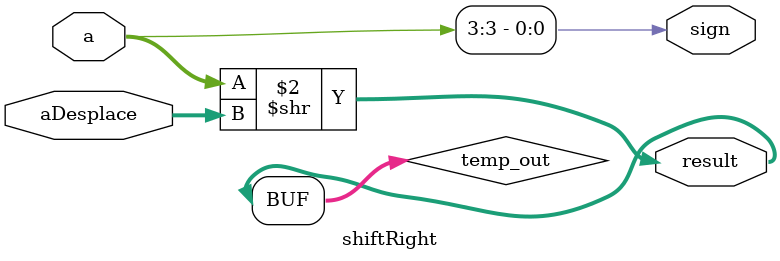
<source format=sv>

module shiftRight
 #(parameter N = 4)
 
 (
	input logic [N-1:0] a,
	input logic [N-1:0] aDesplace,
	
	output logic [N-1:0] result,
	output logic sign
	);
	
	logic [N-1:0]temp_out;
	
	
	always @(*) begin
	
		temp_out <= a >> aDesplace; // operación shiftRight
		sign <= a[N-1]; // Bit de signo del número original
	end
	
	assign result = temp_out;
	
	
endmodule
</source>
